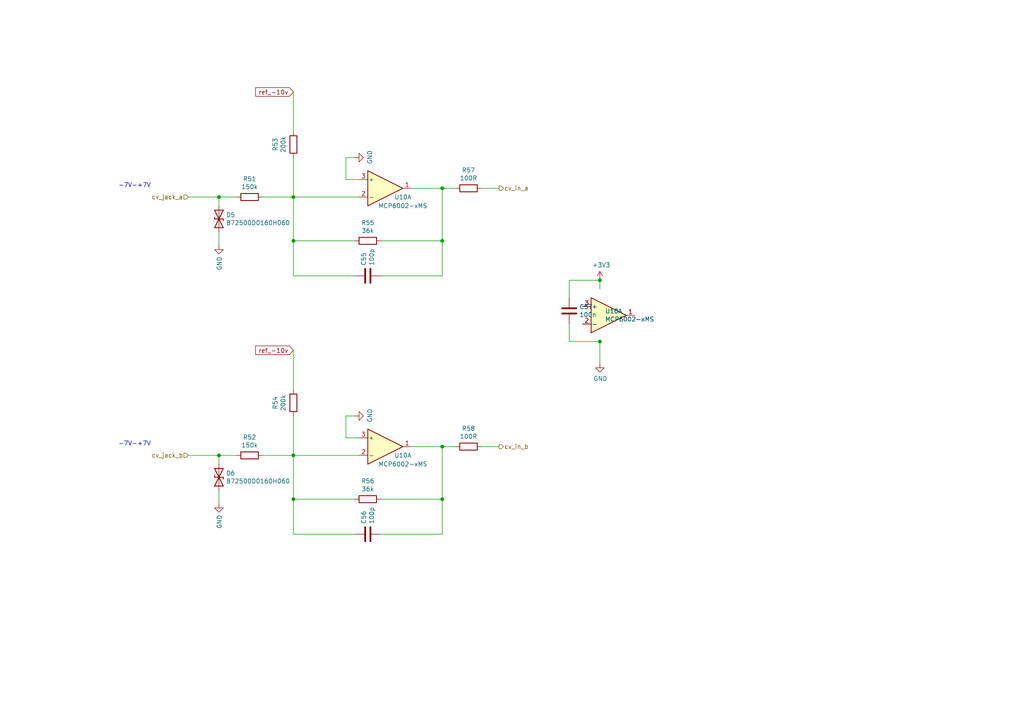
<source format=kicad_sch>
(kicad_sch (version 20211123) (generator eeschema)
  (paper "A4")
  (lib_symbols
    (symbol "Amplifier_Operational:MCP6002-xMS" (pin_names (offset 0.127))
      (property "Reference" "U" (at 0 5.08 0))
      (property "Value" "MCP6002-xMS" (at 0 -5.08 0))
      (symbol "MCP6002-xMS_1_1"
        (polyline (pts (xy -5.08 5.08) (xy 5.08 0) (xy -5.08 -5.08) (xy -5.08 5.08)) (stroke (width 0.254)) (fill (type background)))
        (pin output line (at 7.62 0 180) (length 2.54) (name "~") (number "1"))
        (pin input line (at -7.62 -2.54 0) (length 2.54) (name "-") (number "2"))
        (pin input line (at -7.62 2.54 0) (length 2.54) (name "+") (number "3"))
      )
      (symbol "MCP6002-xMS_2_1"
        (polyline (pts (xy -5.08 5.08) (xy 5.08 0) (xy -5.08 -5.08) (xy -5.08 5.08)) (stroke (width 0.254)) (fill (type background)))
        (pin input line (at -7.62 2.54 0) (length 2.54) (name "+") (number "5"))
        (pin input line (at -7.62 -2.54 0) (length 2.54) (name "-") (number "6"))
        (pin output line (at 7.62 0 180) (length 2.54) (name "~") (number "7"))
      )
      (symbol "MCP6002-xMS_3_1"
        (pin power_in line (at -2.54 -7.62 90) (length 3.81) (name "V-") (number "4"))
        (pin power_in line (at -2.54 7.62 270) (length 3.81) (name "V+") (number "8"))
      )
    )
    (symbol "Device:C" (pin_numbers hide) (pin_names (offset 0.254))
      (property "Reference" "C" (at 0.635 2.54 0))
      (property "Value" "C" (at 0.635 -2.54 0))
      (symbol "C_0_1"
        (polyline (pts (xy -2.032 -0.762) (xy 2.032 -0.762)) (stroke (width 0.508)))
        (polyline (pts (xy -2.032 0.762) (xy 2.032 0.762)) (stroke (width 0.508)))
      )
      (symbol "C_1_1"
        (pin passive line (at 0 3.81 270) (length 2.794) (name "~") (number "1"))
        (pin passive line (at 0 -3.81 90) (length 2.794) (name "~") (number "2"))
      )
    )
    (symbol "Device:D_TVS" (pin_numbers hide) (pin_names (offset 1.016) hide)
      (property "Reference" "D" (at 0 2.54 0))
      (property "Value" "D_TVS" (at 0 -2.54 0))
      (symbol "D_TVS_0_1"
        (polyline (pts (xy 1.27 0) (xy -1.27 0)))
        (polyline (pts (xy 0.508 1.27) (xy 0 1.27) (xy 0 -1.27) (xy -0.508 -1.27)) (stroke (width 0.254)))
        (polyline (pts (xy -2.54 1.27) (xy -2.54 -1.27) (xy 2.54 1.27) (xy 2.54 -1.27) (xy -2.54 1.27)) (stroke (width 0.254)))
      )
      (symbol "D_TVS_1_1"
        (pin passive line (at -3.81 0 0) (length 2.54) (name "A1") (number "1"))
        (pin passive line (at 3.81 0 180) (length 2.54) (name "A2") (number "2"))
      )
    )
    (symbol "Device:R" (pin_numbers hide) (pin_names (offset 0))
      (property "Reference" "R" (at 2.032 0 90))
      (property "Value" "R" (at 0 0 90))
      (symbol "R_0_1"
        (rectangle (start -1.016 -2.54) (end 1.016 2.54) (stroke (width 0.254)))
      )
      (symbol "R_1_1"
        (pin passive line (at 0 3.81 270) (length 1.27) (name "~") (number "1"))
        (pin passive line (at 0 -3.81 90) (length 1.27) (name "~") (number "2"))
      )
    )
    (symbol "power:+3V3" (power) (pin_names (offset 0))
      (property "Value" "+3V3" (at 0 3.556 0))
      (symbol "+3V3_0_1"
        (polyline (pts (xy -0.762 1.27) (xy 0 2.54)))
        (polyline (pts (xy 0 0) (xy 0 2.54)))
        (polyline (pts (xy 0 2.54) (xy 0.762 1.27)))
      )
      (symbol "+3V3_1_1"
        (pin power_in line (at 0 0 90) (length 0) hide (name "+3V3") (number "1"))
      )
    )
    (symbol "power:GND" (power) (pin_names (offset 0))
      (property "Value" "GND" (at 0 -3.81 0))
      (symbol "GND_0_1"
        (polyline (pts (xy 0 0) (xy 0 -1.27) (xy 1.27 -1.27) (xy 0 -2.54) (xy -1.27 -1.27) (xy 0 -1.27)))
      )
      (symbol "GND_1_1"
        (pin power_in line (at 0 0 270) (length 0) hide (name "GND") (number "1"))
      )
    )
  )
  (junction (at 85.09 69.85))
  (junction (at 63.5 132.08))
  (junction (at 173.99 99.06))
  (junction (at 85.09 132.08))
  (junction (at 128.27 69.85))
  (junction (at 128.27 54.61))
  (junction (at 85.09 144.78))
  (junction (at 63.5 57.15))
  (junction (at 128.27 144.78))
  (junction (at 173.99 81.28))
  (junction (at 128.27 129.54))
  (junction (at 85.09 57.15))
  (wire (pts (xy 85.09 101.6) (xy 85.09 113.03)))
  (wire (pts (xy 110.49 69.85) (xy 128.27 69.85)))
  (wire (pts (xy 85.09 80.01) (xy 102.87 80.01)))
  (wire (pts (xy 100.33 45.72) (xy 100.33 52.07)))
  (wire (pts (xy 128.27 80.01) (xy 128.27 69.85)))
  (wire (pts (xy 85.09 120.65) (xy 85.09 132.08)))
  (wire (pts (xy 119.38 54.61) (xy 128.27 54.61)))
  (wire (pts (xy 85.09 132.08) (xy 104.14 132.08)))
  (wire (pts (xy 165.1 86.36) (xy 165.1 81.28)))
  (wire (pts (xy 110.49 154.94) (xy 128.27 154.94)))
  (wire (pts (xy 85.09 132.08) (xy 85.09 144.78)))
  (wire (pts (xy 173.99 99.06) (xy 173.99 105.41)))
  (wire (pts (xy 54.61 132.08) (xy 63.5 132.08)))
  (wire (pts (xy 63.5 57.15) (xy 68.58 57.15)))
  (wire (pts (xy 85.09 26.67) (xy 85.09 38.1)))
  (wire (pts (xy 100.33 120.65) (xy 100.33 127)))
  (wire (pts (xy 85.09 57.15) (xy 85.09 69.85)))
  (wire (pts (xy 85.09 57.15) (xy 104.14 57.15)))
  (wire (pts (xy 100.33 45.72) (xy 102.87 45.72)))
  (wire (pts (xy 165.1 99.06) (xy 173.99 99.06)))
  (wire (pts (xy 63.5 146.05) (xy 63.5 142.24)))
  (wire (pts (xy 63.5 71.12) (xy 63.5 67.31)))
  (wire (pts (xy 85.09 69.85) (xy 85.09 80.01)))
  (wire (pts (xy 128.27 54.61) (xy 132.08 54.61)))
  (wire (pts (xy 165.1 93.98) (xy 165.1 99.06)))
  (wire (pts (xy 76.2 57.15) (xy 85.09 57.15)))
  (wire (pts (xy 128.27 69.85) (xy 128.27 54.61)))
  (wire (pts (xy 100.33 120.65) (xy 102.87 120.65)))
  (wire (pts (xy 85.09 154.94) (xy 102.87 154.94)))
  (wire (pts (xy 85.09 69.85) (xy 102.87 69.85)))
  (wire (pts (xy 85.09 144.78) (xy 85.09 154.94)))
  (wire (pts (xy 119.38 129.54) (xy 128.27 129.54)))
  (wire (pts (xy 85.09 144.78) (xy 102.87 144.78)))
  (wire (pts (xy 139.7 54.61) (xy 144.78 54.61)))
  (wire (pts (xy 100.33 52.07) (xy 104.14 52.07)))
  (wire (pts (xy 128.27 129.54) (xy 132.08 129.54)))
  (wire (pts (xy 54.61 57.15) (xy 63.5 57.15)))
  (wire (pts (xy 63.5 132.08) (xy 68.58 132.08)))
  (wire (pts (xy 100.33 127) (xy 104.14 127)))
  (wire (pts (xy 63.5 57.15) (xy 63.5 59.69)))
  (wire (pts (xy 110.49 80.01) (xy 128.27 80.01)))
  (wire (pts (xy 165.1 81.28) (xy 173.99 81.28)))
  (wire (pts (xy 128.27 144.78) (xy 128.27 129.54)))
  (wire (pts (xy 128.27 154.94) (xy 128.27 144.78)))
  (wire (pts (xy 139.7 129.54) (xy 144.78 129.54)))
  (wire (pts (xy 85.09 45.72) (xy 85.09 57.15)))
  (wire (pts (xy 63.5 132.08) (xy 63.5 134.62)))
  (wire (pts (xy 173.99 81.28) (xy 173.99 83.82)))
  (wire (pts (xy 128.27 144.78) (xy 110.49 144.78)))
  (wire (pts (xy 76.2 132.08) (xy 85.09 132.08)))
  (text "-7V-+7V" (at 34.29 129.54 0) (effects (font (size 1.27 1.27)) (justify left bottom)))
  (text "-7V-+7V" (at 34.29 54.61 0) (effects (font (size 1.27 1.27)) (justify left bottom)))
  (global_label "ref_-10v" (shape input) (at 85.09 101.6 180) (property "Intersheet References" "${INTERSHEET_REFS}" (effects hide)))
  (global_label "ref_-10v" (shape input) (at 85.09 26.67 180) (property "Intersheet References" "${INTERSHEET_REFS}" (effects hide)))
  (hierarchical_label "cv_in_b" (shape output) (at 144.78 129.54 0))
  (hierarchical_label "cv_jack_a" (shape input) (at 54.61 57.15 180))
  (hierarchical_label "cv_in_a" (shape output) (at 144.78 54.61 0))
  (hierarchical_label "cv_jack_b" (shape input) (at 54.61 132.08 180))
  (symbol (lib_id "Amplifier_Operational:MCP6002-xMS") (at 111.76 54.61 0)
    (property "Reference" "U10" (at 116.84 57.15 0))
    (property "Value" "MCP6002-xMS" (at 116.84 59.69 0))
    (property "Footprint" "Package_SO:SOIC-8_3.9x4.9mm_P1.27mm" (effects hide))
    (property "Datasheet" "http://ww1.microchip.com/downloads/en/DeviceDoc/21733j.pdf" (effects hide))
    (property "LCSC Part #" "C7377" (effects hide))
    (property "LCSC" "C7377" (effects hide))
  )
  (symbol (lib_id "Amplifier_Operational:MCP6002-xMS") (at 176.53 91.44 0)
    (property "Reference" "U10" (at 175.4632 90.2716 0) (effects (justify left)))
    (property "Value" "MCP6002-xMS" (at 175.4632 92.583 0) (effects (justify left)))
    (property "Footprint" "Package_SO:SOIC-8_3.9x4.9mm_P1.27mm" (effects hide))
    (property "Datasheet" "http://ww1.microchip.com/downloads/en/DeviceDoc/21733j.pdf" (effects hide))
    (property "LCSC Part #" "C7377" (effects hide))
    (property "LCSC" "C7377" (effects hide))
  )
  (symbol (lib_id "power:GND") (at 173.99 105.41 0)
    (property "Reference" "#PWR0170" (effects hide))
    (property "Value" "GND" (at 174.117 109.8042 0))
  )
  (symbol (lib_id "Device:C") (at 165.1 90.17 0)
    (property "Reference" "C57" (at 168.021 89.0016 0) (effects (justify left)))
    (property "Value" "100n" (at 168.021 91.313 0) (effects (justify left)))
    (property "Footprint" "Capacitor_SMD:C_0603_1608Metric" (effects hide))
    (property "LCSC Part #" "C14663" (effects hide))
    (property "LCSC" "C14663" (effects hide))
  )
  (symbol (lib_id "Device:R") (at 106.68 69.85 270)
    (property "Reference" "R55" (at 106.68 64.5922 90))
    (property "Value" "36k" (at 106.68 66.9036 90))
    (property "Footprint" "Resistor_SMD:R_0603_1608Metric" (effects hide))
    (property "LCSC Part #" "C23147" (effects hide))
    (property "LCSC" "C23147" (effects hide))
  )
  (symbol (lib_id "Device:R") (at 72.39 57.15 270)
    (property "Reference" "R51" (at 72.39 51.8922 90))
    (property "Value" "150k" (at 72.39 54.2036 90))
    (property "Footprint" "Resistor_SMD:R_0603_1608Metric" (effects hide))
    (property "LCSC Part #" "C22807" (effects hide))
    (property "LCSC" "C22807" (effects hide))
  )
  (symbol (lib_id "power:GND") (at 102.87 45.72 90)
    (property "Reference" "#PWR0167" (effects hide))
    (property "Value" "GND" (at 107.2642 45.593 0))
  )
  (symbol (lib_id "Device:C") (at 106.68 80.01 90)
    (property "Reference" "C55" (at 105.5116 77.089 0) (effects (justify left)))
    (property "Value" "100p" (at 107.823 77.089 0) (effects (justify left)))
    (property "Footprint" "Capacitor_SMD:C_0603_1608Metric" (effects hide))
    (property "LCSC Part #" "C14858" (effects hide))
    (property "LCSC" "C14858" (effects hide))
  )
  (symbol (lib_id "Device:R") (at 85.09 41.91 0)
    (property "Reference" "R53" (at 79.8322 41.91 90))
    (property "Value" "200k" (at 82.1436 41.91 90))
    (property "Footprint" "Resistor_SMD:R_0603_1608Metric" (effects hide))
    (property "LCSC Part #" "C25811" (effects hide))
    (property "LCSC" "C25811" (effects hide))
  )
  (symbol (lib_id "power:+3V3") (at 173.99 81.28 0)
    (property "Reference" "#PWR0169" (effects hide))
    (property "Value" "+3V3" (at 174.371 76.8858 0))
  )
  (symbol (lib_id "Device:D_TVS") (at 63.5 63.5 270)
    (property "Reference" "D5" (at 65.532 62.3316 90) (effects (justify left)))
    (property "Value" "B72500D0160H060" (at 65.532 64.643 90) (effects (justify left)))
    (property "Footprint" "Diode_SMD:D_0603_1608Metric" (effects hide))
    (property "Datasheet" "https://product.tdk.com/info/en/documents/data_sheet/75/ds/High_speed_series.pdf" (effects hide))
    (property "LCSC Part #" "C210791" (effects hide))
    (property "LCSC" "C210791" (effects hide))
  )
  (symbol (lib_id "power:GND") (at 63.5 71.12 0)
    (property "Reference" "#PWR0165" (effects hide))
    (property "Value" "GND" (at 63.627 74.3712 90) (effects (justify right)))
  )
  (symbol (lib_id "Device:R") (at 135.89 54.61 270)
    (property "Reference" "R57" (at 135.89 49.3522 90))
    (property "Value" "100R" (at 135.89 51.6636 90))
    (property "Footprint" "Resistor_SMD:R_0603_1608Metric" (effects hide))
    (property "LCSC Part #" "C22775" (effects hide))
    (property "LCSC" "C22775" (effects hide))
  )
  (symbol (lib_id "Device:R") (at 135.89 129.54 270)
    (property "Reference" "R58" (at 135.89 124.2822 90))
    (property "Value" "100R" (at 135.89 126.5936 90))
    (property "Footprint" "Resistor_SMD:R_0603_1608Metric" (effects hide))
    (property "LCSC Part #" "C22775" (effects hide))
    (property "LCSC" "C22775" (effects hide))
  )
  (symbol (lib_id "Amplifier_Operational:MCP6002-xMS") (at 111.76 129.54 0)
    (property "Reference" "U10" (at 116.84 132.08 0))
    (property "Value" "MCP6002-xMS" (at 116.84 134.62 0))
    (property "Footprint" "Package_SO:SOIC-8_3.9x4.9mm_P1.27mm" (effects hide))
    (property "Datasheet" "http://ww1.microchip.com/downloads/en/DeviceDoc/21733j.pdf" (effects hide))
    (property "LCSC Part #" "C7377" (effects hide))
    (property "LCSC" "C7377" (effects hide))
  )
  (symbol (lib_id "Device:R") (at 106.68 144.78 270)
    (property "Reference" "R56" (at 106.68 139.5222 90))
    (property "Value" "36k" (at 106.68 141.8336 90))
    (property "Footprint" "Resistor_SMD:R_0603_1608Metric" (effects hide))
    (property "LCSC Part #" "C23147" (effects hide))
    (property "LCSC" "C23147" (effects hide))
  )
  (symbol (lib_id "Device:R") (at 72.39 132.08 270)
    (property "Reference" "R52" (at 72.39 126.8222 90))
    (property "Value" "150k" (at 72.39 129.1336 90))
    (property "Footprint" "Resistor_SMD:R_0603_1608Metric" (effects hide))
    (property "LCSC Part #" "C22807" (effects hide))
    (property "LCSC" "C22807" (effects hide))
  )
  (symbol (lib_id "power:GND") (at 102.87 120.65 90)
    (property "Reference" "#PWR0168" (effects hide))
    (property "Value" "GND" (at 107.2642 120.523 0))
  )
  (symbol (lib_id "Device:C") (at 106.68 154.94 90)
    (property "Reference" "C56" (at 105.5116 152.019 0) (effects (justify left)))
    (property "Value" "100p" (at 107.823 152.019 0) (effects (justify left)))
    (property "Footprint" "Capacitor_SMD:C_0603_1608Metric" (effects hide))
    (property "LCSC Part #" "C14858" (effects hide))
    (property "LCSC" "C14858" (effects hide))
  )
  (symbol (lib_id "Device:R") (at 85.09 116.84 0)
    (property "Reference" "R54" (at 79.8322 116.84 90))
    (property "Value" "200k" (at 82.1436 116.84 90))
    (property "Footprint" "Resistor_SMD:R_0603_1608Metric" (effects hide))
    (property "LCSC Part #" "C25811" (effects hide))
    (property "LCSC" "C25811" (effects hide))
  )
  (symbol (lib_id "Device:D_TVS") (at 63.5 138.43 270)
    (property "Reference" "D6" (at 65.532 137.2616 90) (effects (justify left)))
    (property "Value" "B72500D0160H060" (at 65.532 139.573 90) (effects (justify left)))
    (property "Footprint" "Diode_SMD:D_0603_1608Metric" (effects hide))
    (property "Datasheet" "https://product.tdk.com/info/en/documents/data_sheet/75/ds/High_speed_series.pdf" (effects hide))
    (property "LCSC Part #" "C210791" (effects hide))
    (property "LCSC" "C210791" (effects hide))
  )
  (symbol (lib_id "power:GND") (at 63.5 146.05 0)
    (property "Reference" "#PWR0166" (effects hide))
    (property "Value" "GND" (at 63.627 149.3012 90) (effects (justify right)))
  )
)
</source>
